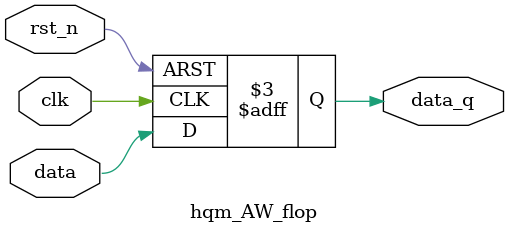
<source format=sv>

module hqm_AW_flop (
         input  logic       clk
        ,input  logic       rst_n
        ,input  logic       data

        ,output logic       data_q
);

//-----------------------------------------------------------------------------------------------------

always_ff @(posedge clk or negedge rst_n) if (~rst_n) data_q <= '0; else data_q <= data;

endmodule // AW_flop


</source>
